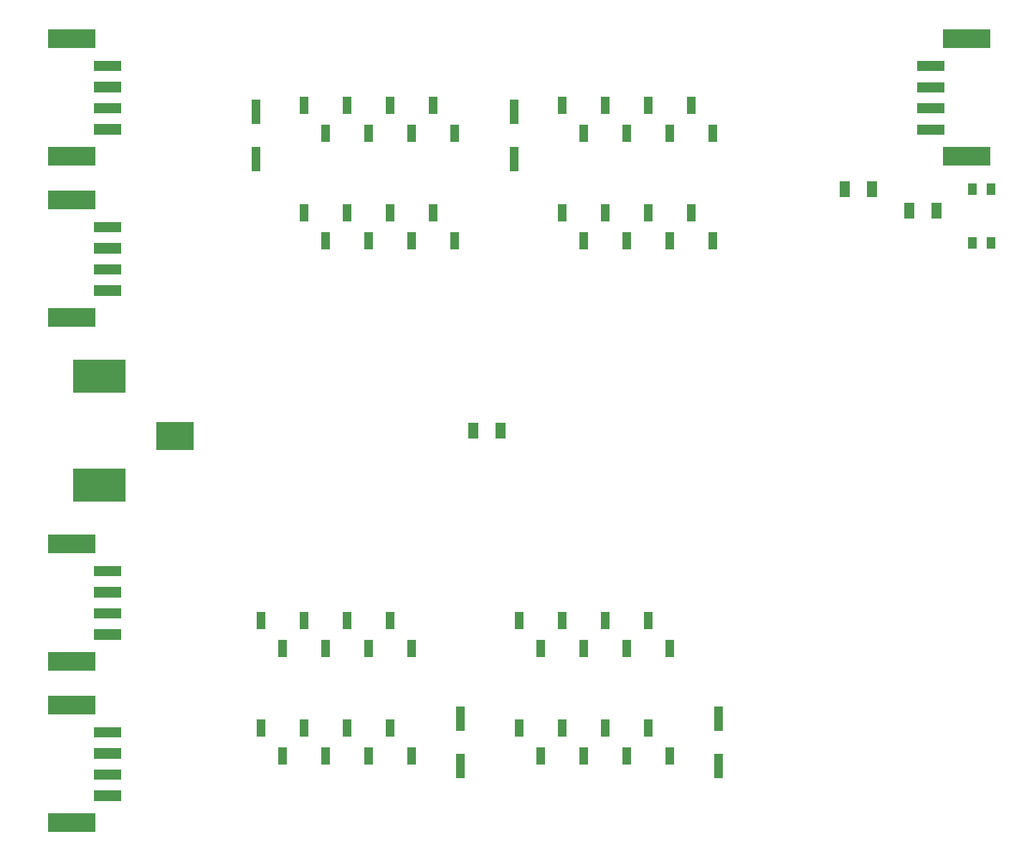
<source format=gtp>
G04 Layer: TopPasteMaskLayer*
G04 EasyEDA v6.4.17, 2021-03-06T13:06:27--8:00*
G04 8048d1b9ce964284ad8fe1d85055880a,b5aacd518854429a9b9924e8a25dcfd8,10*
G04 Gerber Generator version 0.2*
G04 Scale: 100 percent, Rotated: No, Reflected: No *
G04 Dimensions in inches *
G04 leading zeros omitted , absolute positions ,3 integer and 6 decimal *
%FSLAX36Y36*%
%MOIN*%

%ADD14R,0.1260X0.0472*%
%ADD15R,0.2205X0.0866*%
%ADD18R,0.0394X0.1181*%
%ADD19R,0.0472X0.0748*%
%ADD20R,0.0394X0.0787*%

%LPD*%
D14*
G01*
X4162990Y1402359D03*
G01*
X4162990Y1500790D03*
G01*
X4162990Y1599209D03*
G01*
X4162990Y1697640D03*
D15*
G01*
X4330309Y1276379D03*
G01*
X4330309Y1823620D03*
G36*
X563384Y39960D02*
G01*
X736615Y39960D01*
X736615Y-89960D01*
X563384Y-89960D01*
G37*
G36*
X175595Y-176579D02*
G01*
X419684Y-176579D01*
X419684Y-330120D01*
X175595Y-330120D01*
G37*
G36*
X175595Y331300D02*
G01*
X419684Y331300D01*
X419684Y177759D01*
X175595Y177759D01*
G37*
G36*
X274020Y1721260D02*
G01*
X400000Y1721260D01*
X400000Y1674020D01*
X274020Y1674020D01*
G37*
G36*
X274020Y1622829D02*
G01*
X400000Y1622829D01*
X400000Y1575590D01*
X274020Y1575590D01*
G37*
G36*
X274020Y1524409D02*
G01*
X400000Y1524409D01*
X400000Y1477170D01*
X274020Y1477170D01*
G37*
G36*
X274020Y1425979D02*
G01*
X400000Y1425979D01*
X400000Y1378739D01*
X274020Y1378739D01*
G37*
G36*
X59454Y1866925D02*
G01*
X279924Y1866925D01*
X279924Y1780315D01*
X59454Y1780315D01*
G37*
G36*
X59454Y1319684D02*
G01*
X279924Y1319684D01*
X279924Y1233074D01*
X59454Y1233074D01*
G37*
G36*
X274020Y971260D02*
G01*
X400000Y971260D01*
X400000Y924020D01*
X274020Y924020D01*
G37*
G36*
X274020Y872829D02*
G01*
X400000Y872829D01*
X400000Y825590D01*
X274020Y825590D01*
G37*
G36*
X274020Y774409D02*
G01*
X400000Y774409D01*
X400000Y727170D01*
X274020Y727170D01*
G37*
G36*
X274020Y675979D02*
G01*
X400000Y675979D01*
X400000Y628739D01*
X274020Y628739D01*
G37*
G36*
X59454Y1116925D02*
G01*
X279924Y1116925D01*
X279924Y1030315D01*
X59454Y1030315D01*
G37*
G36*
X59454Y569684D02*
G01*
X279924Y569684D01*
X279924Y483074D01*
X59454Y483074D01*
G37*
G36*
X274020Y-628739D02*
G01*
X400000Y-628739D01*
X400000Y-675979D01*
X274020Y-675979D01*
G37*
G36*
X274020Y-727170D02*
G01*
X400000Y-727170D01*
X400000Y-774409D01*
X274020Y-774409D01*
G37*
G36*
X274020Y-825590D02*
G01*
X400000Y-825590D01*
X400000Y-872829D01*
X274020Y-872829D01*
G37*
G36*
X274020Y-924020D02*
G01*
X400000Y-924020D01*
X400000Y-971260D01*
X274020Y-971260D01*
G37*
G36*
X59454Y-483074D02*
G01*
X279924Y-483074D01*
X279924Y-569684D01*
X59454Y-569684D01*
G37*
G36*
X59454Y-1030315D02*
G01*
X279924Y-1030315D01*
X279924Y-1116925D01*
X59454Y-1116925D01*
G37*
G36*
X274020Y-1378739D02*
G01*
X400000Y-1378739D01*
X400000Y-1425979D01*
X274020Y-1425979D01*
G37*
G36*
X274020Y-1477170D02*
G01*
X400000Y-1477170D01*
X400000Y-1524409D01*
X274020Y-1524409D01*
G37*
G36*
X274020Y-1575590D02*
G01*
X400000Y-1575590D01*
X400000Y-1622829D01*
X274020Y-1622829D01*
G37*
G36*
X274020Y-1674020D02*
G01*
X400000Y-1674020D01*
X400000Y-1721260D01*
X274020Y-1721260D01*
G37*
G36*
X59454Y-1233074D02*
G01*
X279924Y-1233074D01*
X279924Y-1319684D01*
X59454Y-1319684D01*
G37*
G36*
X59454Y-1780315D02*
G01*
X279924Y-1780315D01*
X279924Y-1866925D01*
X59454Y-1866925D01*
G37*
D18*
G01*
X2225000Y1485239D03*
G01*
X2225000Y1264760D03*
G01*
X1025000Y1485239D03*
G01*
X1025000Y1264760D03*
G01*
X1975000Y-1560239D03*
G01*
X1975000Y-1339760D03*
G01*
X3175000Y-1560239D03*
G01*
X3175000Y-1339760D03*
D19*
G01*
X3762010Y1125000D03*
G01*
X3887990Y1125000D03*
G01*
X4062010Y1025000D03*
G01*
X4187990Y1025000D03*
G36*
X2139372Y37402D02*
G01*
X2186616Y37402D01*
X2186616Y-37402D01*
X2139372Y-37402D01*
G37*
G36*
X2013383Y37402D02*
G01*
X2060627Y37402D01*
X2060627Y-37402D01*
X2013383Y-37402D01*
G37*
G36*
X2229841Y-1343640D02*
G01*
X2269211Y-1343640D01*
X2269211Y-1422381D01*
X2229841Y-1422381D01*
G37*
G36*
X2329841Y-1473562D02*
G01*
X2369211Y-1473562D01*
X2369211Y-1552301D01*
X2329841Y-1552301D01*
G37*
G36*
X2429841Y-1343640D02*
G01*
X2469211Y-1343640D01*
X2469211Y-1422381D01*
X2429841Y-1422381D01*
G37*
G36*
X2529840Y-1473562D02*
G01*
X2569210Y-1473562D01*
X2569210Y-1552301D01*
X2529840Y-1552301D01*
G37*
G36*
X2629840Y-1343640D02*
G01*
X2669210Y-1343640D01*
X2669210Y-1422381D01*
X2629840Y-1422381D01*
G37*
G36*
X2729840Y-1473562D02*
G01*
X2769210Y-1473562D01*
X2769210Y-1552301D01*
X2729840Y-1552301D01*
G37*
G36*
X2829840Y-1343640D02*
G01*
X2869210Y-1343640D01*
X2869210Y-1422381D01*
X2829840Y-1422381D01*
G37*
G36*
X2929840Y-1473562D02*
G01*
X2969210Y-1473562D01*
X2969210Y-1552301D01*
X2929840Y-1552301D01*
G37*
G36*
X2229841Y-843640D02*
G01*
X2269211Y-843640D01*
X2269211Y-922381D01*
X2229841Y-922381D01*
G37*
G36*
X2329841Y-973562D02*
G01*
X2369211Y-973562D01*
X2369211Y-1052301D01*
X2329841Y-1052301D01*
G37*
G36*
X2429841Y-843640D02*
G01*
X2469211Y-843640D01*
X2469211Y-922381D01*
X2429841Y-922381D01*
G37*
G36*
X2529840Y-973562D02*
G01*
X2569210Y-973562D01*
X2569210Y-1052301D01*
X2529840Y-1052301D01*
G37*
G36*
X2629840Y-843640D02*
G01*
X2669210Y-843640D01*
X2669210Y-922381D01*
X2629840Y-922381D01*
G37*
G36*
X2729840Y-973562D02*
G01*
X2769210Y-973562D01*
X2769210Y-1052301D01*
X2729840Y-1052301D01*
G37*
G36*
X2829840Y-843640D02*
G01*
X2869210Y-843640D01*
X2869210Y-922381D01*
X2829840Y-922381D01*
G37*
G36*
X2929840Y-973562D02*
G01*
X2969210Y-973562D01*
X2969210Y-1052301D01*
X2929840Y-1052301D01*
G37*
D20*
G01*
X3150469Y883009D03*
G01*
X3050469Y1012930D03*
G01*
X2950469Y883009D03*
G01*
X2850469Y1012930D03*
G01*
X2750469Y883009D03*
G01*
X2650469Y1012930D03*
G01*
X2550469Y883009D03*
G01*
X2450469Y1012930D03*
G01*
X3150469Y1383009D03*
G01*
X3050469Y1512930D03*
G01*
X2950469Y1383009D03*
G01*
X2850469Y1512930D03*
G01*
X2750469Y1383009D03*
G01*
X2650469Y1512930D03*
G01*
X2550469Y1383009D03*
G01*
X2450469Y1512930D03*
G01*
X1950469Y1383009D03*
G01*
X1850469Y1512930D03*
G01*
X1750469Y1383009D03*
G01*
X1650469Y1512930D03*
G01*
X1550469Y1383009D03*
G01*
X1450469Y1512930D03*
G01*
X1350469Y1383009D03*
G01*
X1250469Y1512930D03*
G36*
X1029841Y-1343640D02*
G01*
X1069211Y-1343640D01*
X1069211Y-1422381D01*
X1029841Y-1422381D01*
G37*
G36*
X1129841Y-1473562D02*
G01*
X1169211Y-1473562D01*
X1169211Y-1552301D01*
X1129841Y-1552301D01*
G37*
G36*
X1229841Y-1343640D02*
G01*
X1269211Y-1343640D01*
X1269211Y-1422381D01*
X1229841Y-1422381D01*
G37*
G36*
X1329840Y-1473562D02*
G01*
X1369210Y-1473562D01*
X1369210Y-1552301D01*
X1329840Y-1552301D01*
G37*
G36*
X1429840Y-1343640D02*
G01*
X1469210Y-1343640D01*
X1469210Y-1422381D01*
X1429840Y-1422381D01*
G37*
G36*
X1529840Y-1473562D02*
G01*
X1569210Y-1473562D01*
X1569210Y-1552301D01*
X1529840Y-1552301D01*
G37*
G36*
X1629840Y-1343640D02*
G01*
X1669210Y-1343640D01*
X1669210Y-1422381D01*
X1629840Y-1422381D01*
G37*
G36*
X1729840Y-1473562D02*
G01*
X1769210Y-1473562D01*
X1769210Y-1552301D01*
X1729840Y-1552301D01*
G37*
G01*
X1950469Y883009D03*
G01*
X1850469Y1012930D03*
G01*
X1750469Y883009D03*
G01*
X1650469Y1012930D03*
G01*
X1550469Y883009D03*
G01*
X1450469Y1012930D03*
G01*
X1350469Y883009D03*
G01*
X1250469Y1012930D03*
G36*
X1029841Y-843640D02*
G01*
X1069211Y-843640D01*
X1069211Y-922381D01*
X1029841Y-922381D01*
G37*
G36*
X1129841Y-973562D02*
G01*
X1169211Y-973562D01*
X1169211Y-1052301D01*
X1129841Y-1052301D01*
G37*
G36*
X1229841Y-843640D02*
G01*
X1269211Y-843640D01*
X1269211Y-922381D01*
X1229841Y-922381D01*
G37*
G36*
X1329840Y-973562D02*
G01*
X1369210Y-973562D01*
X1369210Y-1052301D01*
X1329840Y-1052301D01*
G37*
G36*
X1429840Y-843640D02*
G01*
X1469210Y-843640D01*
X1469210Y-922381D01*
X1429840Y-922381D01*
G37*
G36*
X1529840Y-973562D02*
G01*
X1569210Y-973562D01*
X1569210Y-1052301D01*
X1529840Y-1052301D01*
G37*
G36*
X1629840Y-843640D02*
G01*
X1669210Y-843640D01*
X1669210Y-922381D01*
X1629840Y-922381D01*
G37*
G36*
X1729840Y-973562D02*
G01*
X1769210Y-973562D01*
X1769210Y-1052301D01*
X1729840Y-1052301D01*
G37*
G36*
X4337010Y1152559D02*
G01*
X4376379Y1152559D01*
X4376379Y1097440D01*
X4337010Y1097440D01*
G37*
G36*
X4423624Y1152559D02*
G01*
X4462993Y1152559D01*
X4462993Y1097440D01*
X4423624Y1097440D01*
G37*
G36*
X4337010Y902559D02*
G01*
X4376379Y902559D01*
X4376379Y847440D01*
X4337010Y847440D01*
G37*
G36*
X4423624Y902559D02*
G01*
X4462993Y902559D01*
X4462993Y847440D01*
X4423624Y847440D01*
G37*
M02*

</source>
